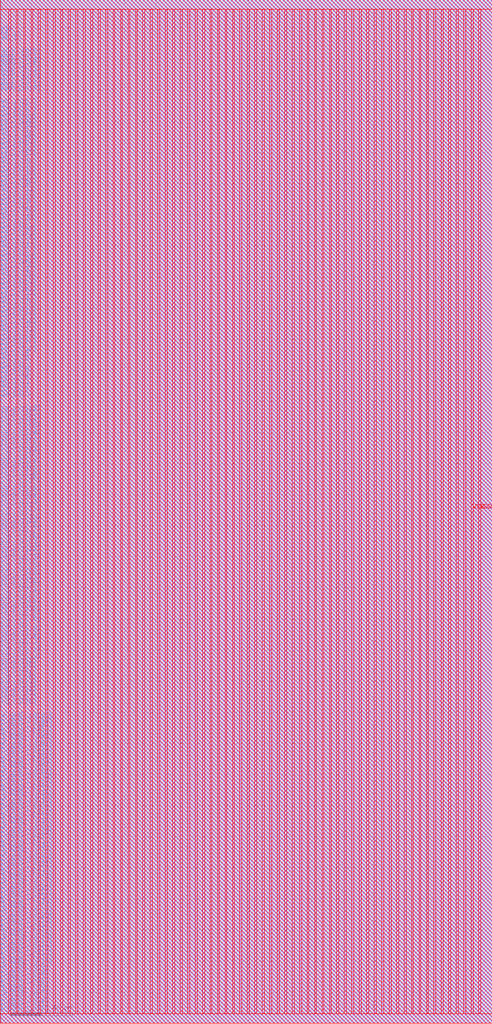
<source format=lef>
VERSION 5.7 ;
BUSBITCHARS "[]" ;
MACRO fakeram130_512x64
  FOREIGN fakeram130_512x64 0 0 ;
  SYMMETRY X Y R90 ;
  SIZE 316.480 BY 658.240 ;
  CLASS BLOCK ;
  PIN w_mask_in[0]
    DIRECTION INPUT ;
    USE SIGNAL ;
    SHAPE ABUTMENT ;
    PORT
      LAYER met3 ;
      RECT 0.000 5.850 0.800 6.150 ;
    END
  END w_mask_in[0]
  PIN w_mask_in[1]
    DIRECTION INPUT ;
    USE SIGNAL ;
    SHAPE ABUTMENT ;
    PORT
      LAYER met3 ;
      RECT 0.000 8.850 0.800 9.150 ;
    END
  END w_mask_in[1]
  PIN w_mask_in[2]
    DIRECTION INPUT ;
    USE SIGNAL ;
    SHAPE ABUTMENT ;
    PORT
      LAYER met3 ;
      RECT 0.000 11.850 0.800 12.150 ;
    END
  END w_mask_in[2]
  PIN w_mask_in[3]
    DIRECTION INPUT ;
    USE SIGNAL ;
    SHAPE ABUTMENT ;
    PORT
      LAYER met3 ;
      RECT 0.000 14.850 0.800 15.150 ;
    END
  END w_mask_in[3]
  PIN w_mask_in[4]
    DIRECTION INPUT ;
    USE SIGNAL ;
    SHAPE ABUTMENT ;
    PORT
      LAYER met3 ;
      RECT 0.000 17.850 0.800 18.150 ;
    END
  END w_mask_in[4]
  PIN w_mask_in[5]
    DIRECTION INPUT ;
    USE SIGNAL ;
    SHAPE ABUTMENT ;
    PORT
      LAYER met3 ;
      RECT 0.000 20.850 0.800 21.150 ;
    END
  END w_mask_in[5]
  PIN w_mask_in[6]
    DIRECTION INPUT ;
    USE SIGNAL ;
    SHAPE ABUTMENT ;
    PORT
      LAYER met3 ;
      RECT 0.000 23.850 0.800 24.150 ;
    END
  END w_mask_in[6]
  PIN w_mask_in[7]
    DIRECTION INPUT ;
    USE SIGNAL ;
    SHAPE ABUTMENT ;
    PORT
      LAYER met3 ;
      RECT 0.000 26.850 0.800 27.150 ;
    END
  END w_mask_in[7]
  PIN w_mask_in[8]
    DIRECTION INPUT ;
    USE SIGNAL ;
    SHAPE ABUTMENT ;
    PORT
      LAYER met3 ;
      RECT 0.000 29.850 0.800 30.150 ;
    END
  END w_mask_in[8]
  PIN w_mask_in[9]
    DIRECTION INPUT ;
    USE SIGNAL ;
    SHAPE ABUTMENT ;
    PORT
      LAYER met3 ;
      RECT 0.000 32.850 0.800 33.150 ;
    END
  END w_mask_in[9]
  PIN w_mask_in[10]
    DIRECTION INPUT ;
    USE SIGNAL ;
    SHAPE ABUTMENT ;
    PORT
      LAYER met3 ;
      RECT 0.000 35.850 0.800 36.150 ;
    END
  END w_mask_in[10]
  PIN w_mask_in[11]
    DIRECTION INPUT ;
    USE SIGNAL ;
    SHAPE ABUTMENT ;
    PORT
      LAYER met3 ;
      RECT 0.000 38.850 0.800 39.150 ;
    END
  END w_mask_in[11]
  PIN w_mask_in[12]
    DIRECTION INPUT ;
    USE SIGNAL ;
    SHAPE ABUTMENT ;
    PORT
      LAYER met3 ;
      RECT 0.000 41.850 0.800 42.150 ;
    END
  END w_mask_in[12]
  PIN w_mask_in[13]
    DIRECTION INPUT ;
    USE SIGNAL ;
    SHAPE ABUTMENT ;
    PORT
      LAYER met3 ;
      RECT 0.000 44.850 0.800 45.150 ;
    END
  END w_mask_in[13]
  PIN w_mask_in[14]
    DIRECTION INPUT ;
    USE SIGNAL ;
    SHAPE ABUTMENT ;
    PORT
      LAYER met3 ;
      RECT 0.000 47.850 0.800 48.150 ;
    END
  END w_mask_in[14]
  PIN w_mask_in[15]
    DIRECTION INPUT ;
    USE SIGNAL ;
    SHAPE ABUTMENT ;
    PORT
      LAYER met3 ;
      RECT 0.000 50.850 0.800 51.150 ;
    END
  END w_mask_in[15]
  PIN w_mask_in[16]
    DIRECTION INPUT ;
    USE SIGNAL ;
    SHAPE ABUTMENT ;
    PORT
      LAYER met3 ;
      RECT 0.000 53.850 0.800 54.150 ;
    END
  END w_mask_in[16]
  PIN w_mask_in[17]
    DIRECTION INPUT ;
    USE SIGNAL ;
    SHAPE ABUTMENT ;
    PORT
      LAYER met3 ;
      RECT 0.000 56.850 0.800 57.150 ;
    END
  END w_mask_in[17]
  PIN w_mask_in[18]
    DIRECTION INPUT ;
    USE SIGNAL ;
    SHAPE ABUTMENT ;
    PORT
      LAYER met3 ;
      RECT 0.000 59.850 0.800 60.150 ;
    END
  END w_mask_in[18]
  PIN w_mask_in[19]
    DIRECTION INPUT ;
    USE SIGNAL ;
    SHAPE ABUTMENT ;
    PORT
      LAYER met3 ;
      RECT 0.000 62.850 0.800 63.150 ;
    END
  END w_mask_in[19]
  PIN w_mask_in[20]
    DIRECTION INPUT ;
    USE SIGNAL ;
    SHAPE ABUTMENT ;
    PORT
      LAYER met3 ;
      RECT 0.000 65.850 0.800 66.150 ;
    END
  END w_mask_in[20]
  PIN w_mask_in[21]
    DIRECTION INPUT ;
    USE SIGNAL ;
    SHAPE ABUTMENT ;
    PORT
      LAYER met3 ;
      RECT 0.000 68.850 0.800 69.150 ;
    END
  END w_mask_in[21]
  PIN w_mask_in[22]
    DIRECTION INPUT ;
    USE SIGNAL ;
    SHAPE ABUTMENT ;
    PORT
      LAYER met3 ;
      RECT 0.000 71.850 0.800 72.150 ;
    END
  END w_mask_in[22]
  PIN w_mask_in[23]
    DIRECTION INPUT ;
    USE SIGNAL ;
    SHAPE ABUTMENT ;
    PORT
      LAYER met3 ;
      RECT 0.000 74.850 0.800 75.150 ;
    END
  END w_mask_in[23]
  PIN w_mask_in[24]
    DIRECTION INPUT ;
    USE SIGNAL ;
    SHAPE ABUTMENT ;
    PORT
      LAYER met3 ;
      RECT 0.000 77.850 0.800 78.150 ;
    END
  END w_mask_in[24]
  PIN w_mask_in[25]
    DIRECTION INPUT ;
    USE SIGNAL ;
    SHAPE ABUTMENT ;
    PORT
      LAYER met3 ;
      RECT 0.000 80.850 0.800 81.150 ;
    END
  END w_mask_in[25]
  PIN w_mask_in[26]
    DIRECTION INPUT ;
    USE SIGNAL ;
    SHAPE ABUTMENT ;
    PORT
      LAYER met3 ;
      RECT 0.000 83.850 0.800 84.150 ;
    END
  END w_mask_in[26]
  PIN w_mask_in[27]
    DIRECTION INPUT ;
    USE SIGNAL ;
    SHAPE ABUTMENT ;
    PORT
      LAYER met3 ;
      RECT 0.000 86.850 0.800 87.150 ;
    END
  END w_mask_in[27]
  PIN w_mask_in[28]
    DIRECTION INPUT ;
    USE SIGNAL ;
    SHAPE ABUTMENT ;
    PORT
      LAYER met3 ;
      RECT 0.000 89.850 0.800 90.150 ;
    END
  END w_mask_in[28]
  PIN w_mask_in[29]
    DIRECTION INPUT ;
    USE SIGNAL ;
    SHAPE ABUTMENT ;
    PORT
      LAYER met3 ;
      RECT 0.000 92.850 0.800 93.150 ;
    END
  END w_mask_in[29]
  PIN w_mask_in[30]
    DIRECTION INPUT ;
    USE SIGNAL ;
    SHAPE ABUTMENT ;
    PORT
      LAYER met3 ;
      RECT 0.000 95.850 0.800 96.150 ;
    END
  END w_mask_in[30]
  PIN w_mask_in[31]
    DIRECTION INPUT ;
    USE SIGNAL ;
    SHAPE ABUTMENT ;
    PORT
      LAYER met3 ;
      RECT 0.000 98.850 0.800 99.150 ;
    END
  END w_mask_in[31]
  PIN w_mask_in[32]
    DIRECTION INPUT ;
    USE SIGNAL ;
    SHAPE ABUTMENT ;
    PORT
      LAYER met3 ;
      RECT 0.000 101.850 0.800 102.150 ;
    END
  END w_mask_in[32]
  PIN w_mask_in[33]
    DIRECTION INPUT ;
    USE SIGNAL ;
    SHAPE ABUTMENT ;
    PORT
      LAYER met3 ;
      RECT 0.000 104.850 0.800 105.150 ;
    END
  END w_mask_in[33]
  PIN w_mask_in[34]
    DIRECTION INPUT ;
    USE SIGNAL ;
    SHAPE ABUTMENT ;
    PORT
      LAYER met3 ;
      RECT 0.000 107.850 0.800 108.150 ;
    END
  END w_mask_in[34]
  PIN w_mask_in[35]
    DIRECTION INPUT ;
    USE SIGNAL ;
    SHAPE ABUTMENT ;
    PORT
      LAYER met3 ;
      RECT 0.000 110.850 0.800 111.150 ;
    END
  END w_mask_in[35]
  PIN w_mask_in[36]
    DIRECTION INPUT ;
    USE SIGNAL ;
    SHAPE ABUTMENT ;
    PORT
      LAYER met3 ;
      RECT 0.000 113.850 0.800 114.150 ;
    END
  END w_mask_in[36]
  PIN w_mask_in[37]
    DIRECTION INPUT ;
    USE SIGNAL ;
    SHAPE ABUTMENT ;
    PORT
      LAYER met3 ;
      RECT 0.000 116.850 0.800 117.150 ;
    END
  END w_mask_in[37]
  PIN w_mask_in[38]
    DIRECTION INPUT ;
    USE SIGNAL ;
    SHAPE ABUTMENT ;
    PORT
      LAYER met3 ;
      RECT 0.000 119.850 0.800 120.150 ;
    END
  END w_mask_in[38]
  PIN w_mask_in[39]
    DIRECTION INPUT ;
    USE SIGNAL ;
    SHAPE ABUTMENT ;
    PORT
      LAYER met3 ;
      RECT 0.000 122.850 0.800 123.150 ;
    END
  END w_mask_in[39]
  PIN w_mask_in[40]
    DIRECTION INPUT ;
    USE SIGNAL ;
    SHAPE ABUTMENT ;
    PORT
      LAYER met3 ;
      RECT 0.000 125.850 0.800 126.150 ;
    END
  END w_mask_in[40]
  PIN w_mask_in[41]
    DIRECTION INPUT ;
    USE SIGNAL ;
    SHAPE ABUTMENT ;
    PORT
      LAYER met3 ;
      RECT 0.000 128.850 0.800 129.150 ;
    END
  END w_mask_in[41]
  PIN w_mask_in[42]
    DIRECTION INPUT ;
    USE SIGNAL ;
    SHAPE ABUTMENT ;
    PORT
      LAYER met3 ;
      RECT 0.000 131.850 0.800 132.150 ;
    END
  END w_mask_in[42]
  PIN w_mask_in[43]
    DIRECTION INPUT ;
    USE SIGNAL ;
    SHAPE ABUTMENT ;
    PORT
      LAYER met3 ;
      RECT 0.000 134.850 0.800 135.150 ;
    END
  END w_mask_in[43]
  PIN w_mask_in[44]
    DIRECTION INPUT ;
    USE SIGNAL ;
    SHAPE ABUTMENT ;
    PORT
      LAYER met3 ;
      RECT 0.000 137.850 0.800 138.150 ;
    END
  END w_mask_in[44]
  PIN w_mask_in[45]
    DIRECTION INPUT ;
    USE SIGNAL ;
    SHAPE ABUTMENT ;
    PORT
      LAYER met3 ;
      RECT 0.000 140.850 0.800 141.150 ;
    END
  END w_mask_in[45]
  PIN w_mask_in[46]
    DIRECTION INPUT ;
    USE SIGNAL ;
    SHAPE ABUTMENT ;
    PORT
      LAYER met3 ;
      RECT 0.000 143.850 0.800 144.150 ;
    END
  END w_mask_in[46]
  PIN w_mask_in[47]
    DIRECTION INPUT ;
    USE SIGNAL ;
    SHAPE ABUTMENT ;
    PORT
      LAYER met3 ;
      RECT 0.000 146.850 0.800 147.150 ;
    END
  END w_mask_in[47]
  PIN w_mask_in[48]
    DIRECTION INPUT ;
    USE SIGNAL ;
    SHAPE ABUTMENT ;
    PORT
      LAYER met3 ;
      RECT 0.000 149.850 0.800 150.150 ;
    END
  END w_mask_in[48]
  PIN w_mask_in[49]
    DIRECTION INPUT ;
    USE SIGNAL ;
    SHAPE ABUTMENT ;
    PORT
      LAYER met3 ;
      RECT 0.000 152.850 0.800 153.150 ;
    END
  END w_mask_in[49]
  PIN w_mask_in[50]
    DIRECTION INPUT ;
    USE SIGNAL ;
    SHAPE ABUTMENT ;
    PORT
      LAYER met3 ;
      RECT 0.000 155.850 0.800 156.150 ;
    END
  END w_mask_in[50]
  PIN w_mask_in[51]
    DIRECTION INPUT ;
    USE SIGNAL ;
    SHAPE ABUTMENT ;
    PORT
      LAYER met3 ;
      RECT 0.000 158.850 0.800 159.150 ;
    END
  END w_mask_in[51]
  PIN w_mask_in[52]
    DIRECTION INPUT ;
    USE SIGNAL ;
    SHAPE ABUTMENT ;
    PORT
      LAYER met3 ;
      RECT 0.000 161.850 0.800 162.150 ;
    END
  END w_mask_in[52]
  PIN w_mask_in[53]
    DIRECTION INPUT ;
    USE SIGNAL ;
    SHAPE ABUTMENT ;
    PORT
      LAYER met3 ;
      RECT 0.000 164.850 0.800 165.150 ;
    END
  END w_mask_in[53]
  PIN w_mask_in[54]
    DIRECTION INPUT ;
    USE SIGNAL ;
    SHAPE ABUTMENT ;
    PORT
      LAYER met3 ;
      RECT 0.000 167.850 0.800 168.150 ;
    END
  END w_mask_in[54]
  PIN w_mask_in[55]
    DIRECTION INPUT ;
    USE SIGNAL ;
    SHAPE ABUTMENT ;
    PORT
      LAYER met3 ;
      RECT 0.000 170.850 0.800 171.150 ;
    END
  END w_mask_in[55]
  PIN w_mask_in[56]
    DIRECTION INPUT ;
    USE SIGNAL ;
    SHAPE ABUTMENT ;
    PORT
      LAYER met3 ;
      RECT 0.000 173.850 0.800 174.150 ;
    END
  END w_mask_in[56]
  PIN w_mask_in[57]
    DIRECTION INPUT ;
    USE SIGNAL ;
    SHAPE ABUTMENT ;
    PORT
      LAYER met3 ;
      RECT 0.000 176.850 0.800 177.150 ;
    END
  END w_mask_in[57]
  PIN w_mask_in[58]
    DIRECTION INPUT ;
    USE SIGNAL ;
    SHAPE ABUTMENT ;
    PORT
      LAYER met3 ;
      RECT 0.000 179.850 0.800 180.150 ;
    END
  END w_mask_in[58]
  PIN w_mask_in[59]
    DIRECTION INPUT ;
    USE SIGNAL ;
    SHAPE ABUTMENT ;
    PORT
      LAYER met3 ;
      RECT 0.000 182.850 0.800 183.150 ;
    END
  END w_mask_in[59]
  PIN w_mask_in[60]
    DIRECTION INPUT ;
    USE SIGNAL ;
    SHAPE ABUTMENT ;
    PORT
      LAYER met3 ;
      RECT 0.000 185.850 0.800 186.150 ;
    END
  END w_mask_in[60]
  PIN w_mask_in[61]
    DIRECTION INPUT ;
    USE SIGNAL ;
    SHAPE ABUTMENT ;
    PORT
      LAYER met3 ;
      RECT 0.000 188.850 0.800 189.150 ;
    END
  END w_mask_in[61]
  PIN w_mask_in[62]
    DIRECTION INPUT ;
    USE SIGNAL ;
    SHAPE ABUTMENT ;
    PORT
      LAYER met3 ;
      RECT 0.000 191.850 0.800 192.150 ;
    END
  END w_mask_in[62]
  PIN w_mask_in[63]
    DIRECTION INPUT ;
    USE SIGNAL ;
    SHAPE ABUTMENT ;
    PORT
      LAYER met3 ;
      RECT 0.000 194.850 0.800 195.150 ;
    END
  END w_mask_in[63]
  PIN rd_out[0]
    DIRECTION OUTPUT ;
    USE SIGNAL ;
    SHAPE ABUTMENT ;
    PORT
      LAYER met3 ;
      RECT 0.000 203.250 0.800 203.550 ;
    END
  END rd_out[0]
  PIN rd_out[1]
    DIRECTION OUTPUT ;
    USE SIGNAL ;
    SHAPE ABUTMENT ;
    PORT
      LAYER met3 ;
      RECT 0.000 206.250 0.800 206.550 ;
    END
  END rd_out[1]
  PIN rd_out[2]
    DIRECTION OUTPUT ;
    USE SIGNAL ;
    SHAPE ABUTMENT ;
    PORT
      LAYER met3 ;
      RECT 0.000 209.250 0.800 209.550 ;
    END
  END rd_out[2]
  PIN rd_out[3]
    DIRECTION OUTPUT ;
    USE SIGNAL ;
    SHAPE ABUTMENT ;
    PORT
      LAYER met3 ;
      RECT 0.000 212.250 0.800 212.550 ;
    END
  END rd_out[3]
  PIN rd_out[4]
    DIRECTION OUTPUT ;
    USE SIGNAL ;
    SHAPE ABUTMENT ;
    PORT
      LAYER met3 ;
      RECT 0.000 215.250 0.800 215.550 ;
    END
  END rd_out[4]
  PIN rd_out[5]
    DIRECTION OUTPUT ;
    USE SIGNAL ;
    SHAPE ABUTMENT ;
    PORT
      LAYER met3 ;
      RECT 0.000 218.250 0.800 218.550 ;
    END
  END rd_out[5]
  PIN rd_out[6]
    DIRECTION OUTPUT ;
    USE SIGNAL ;
    SHAPE ABUTMENT ;
    PORT
      LAYER met3 ;
      RECT 0.000 221.250 0.800 221.550 ;
    END
  END rd_out[6]
  PIN rd_out[7]
    DIRECTION OUTPUT ;
    USE SIGNAL ;
    SHAPE ABUTMENT ;
    PORT
      LAYER met3 ;
      RECT 0.000 224.250 0.800 224.550 ;
    END
  END rd_out[7]
  PIN rd_out[8]
    DIRECTION OUTPUT ;
    USE SIGNAL ;
    SHAPE ABUTMENT ;
    PORT
      LAYER met3 ;
      RECT 0.000 227.250 0.800 227.550 ;
    END
  END rd_out[8]
  PIN rd_out[9]
    DIRECTION OUTPUT ;
    USE SIGNAL ;
    SHAPE ABUTMENT ;
    PORT
      LAYER met3 ;
      RECT 0.000 230.250 0.800 230.550 ;
    END
  END rd_out[9]
  PIN rd_out[10]
    DIRECTION OUTPUT ;
    USE SIGNAL ;
    SHAPE ABUTMENT ;
    PORT
      LAYER met3 ;
      RECT 0.000 233.250 0.800 233.550 ;
    END
  END rd_out[10]
  PIN rd_out[11]
    DIRECTION OUTPUT ;
    USE SIGNAL ;
    SHAPE ABUTMENT ;
    PORT
      LAYER met3 ;
      RECT 0.000 236.250 0.800 236.550 ;
    END
  END rd_out[11]
  PIN rd_out[12]
    DIRECTION OUTPUT ;
    USE SIGNAL ;
    SHAPE ABUTMENT ;
    PORT
      LAYER met3 ;
      RECT 0.000 239.250 0.800 239.550 ;
    END
  END rd_out[12]
  PIN rd_out[13]
    DIRECTION OUTPUT ;
    USE SIGNAL ;
    SHAPE ABUTMENT ;
    PORT
      LAYER met3 ;
      RECT 0.000 242.250 0.800 242.550 ;
    END
  END rd_out[13]
  PIN rd_out[14]
    DIRECTION OUTPUT ;
    USE SIGNAL ;
    SHAPE ABUTMENT ;
    PORT
      LAYER met3 ;
      RECT 0.000 245.250 0.800 245.550 ;
    END
  END rd_out[14]
  PIN rd_out[15]
    DIRECTION OUTPUT ;
    USE SIGNAL ;
    SHAPE ABUTMENT ;
    PORT
      LAYER met3 ;
      RECT 0.000 248.250 0.800 248.550 ;
    END
  END rd_out[15]
  PIN rd_out[16]
    DIRECTION OUTPUT ;
    USE SIGNAL ;
    SHAPE ABUTMENT ;
    PORT
      LAYER met3 ;
      RECT 0.000 251.250 0.800 251.550 ;
    END
  END rd_out[16]
  PIN rd_out[17]
    DIRECTION OUTPUT ;
    USE SIGNAL ;
    SHAPE ABUTMENT ;
    PORT
      LAYER met3 ;
      RECT 0.000 254.250 0.800 254.550 ;
    END
  END rd_out[17]
  PIN rd_out[18]
    DIRECTION OUTPUT ;
    USE SIGNAL ;
    SHAPE ABUTMENT ;
    PORT
      LAYER met3 ;
      RECT 0.000 257.250 0.800 257.550 ;
    END
  END rd_out[18]
  PIN rd_out[19]
    DIRECTION OUTPUT ;
    USE SIGNAL ;
    SHAPE ABUTMENT ;
    PORT
      LAYER met3 ;
      RECT 0.000 260.250 0.800 260.550 ;
    END
  END rd_out[19]
  PIN rd_out[20]
    DIRECTION OUTPUT ;
    USE SIGNAL ;
    SHAPE ABUTMENT ;
    PORT
      LAYER met3 ;
      RECT 0.000 263.250 0.800 263.550 ;
    END
  END rd_out[20]
  PIN rd_out[21]
    DIRECTION OUTPUT ;
    USE SIGNAL ;
    SHAPE ABUTMENT ;
    PORT
      LAYER met3 ;
      RECT 0.000 266.250 0.800 266.550 ;
    END
  END rd_out[21]
  PIN rd_out[22]
    DIRECTION OUTPUT ;
    USE SIGNAL ;
    SHAPE ABUTMENT ;
    PORT
      LAYER met3 ;
      RECT 0.000 269.250 0.800 269.550 ;
    END
  END rd_out[22]
  PIN rd_out[23]
    DIRECTION OUTPUT ;
    USE SIGNAL ;
    SHAPE ABUTMENT ;
    PORT
      LAYER met3 ;
      RECT 0.000 272.250 0.800 272.550 ;
    END
  END rd_out[23]
  PIN rd_out[24]
    DIRECTION OUTPUT ;
    USE SIGNAL ;
    SHAPE ABUTMENT ;
    PORT
      LAYER met3 ;
      RECT 0.000 275.250 0.800 275.550 ;
    END
  END rd_out[24]
  PIN rd_out[25]
    DIRECTION OUTPUT ;
    USE SIGNAL ;
    SHAPE ABUTMENT ;
    PORT
      LAYER met3 ;
      RECT 0.000 278.250 0.800 278.550 ;
    END
  END rd_out[25]
  PIN rd_out[26]
    DIRECTION OUTPUT ;
    USE SIGNAL ;
    SHAPE ABUTMENT ;
    PORT
      LAYER met3 ;
      RECT 0.000 281.250 0.800 281.550 ;
    END
  END rd_out[26]
  PIN rd_out[27]
    DIRECTION OUTPUT ;
    USE SIGNAL ;
    SHAPE ABUTMENT ;
    PORT
      LAYER met3 ;
      RECT 0.000 284.250 0.800 284.550 ;
    END
  END rd_out[27]
  PIN rd_out[28]
    DIRECTION OUTPUT ;
    USE SIGNAL ;
    SHAPE ABUTMENT ;
    PORT
      LAYER met3 ;
      RECT 0.000 287.250 0.800 287.550 ;
    END
  END rd_out[28]
  PIN rd_out[29]
    DIRECTION OUTPUT ;
    USE SIGNAL ;
    SHAPE ABUTMENT ;
    PORT
      LAYER met3 ;
      RECT 0.000 290.250 0.800 290.550 ;
    END
  END rd_out[29]
  PIN rd_out[30]
    DIRECTION OUTPUT ;
    USE SIGNAL ;
    SHAPE ABUTMENT ;
    PORT
      LAYER met3 ;
      RECT 0.000 293.250 0.800 293.550 ;
    END
  END rd_out[30]
  PIN rd_out[31]
    DIRECTION OUTPUT ;
    USE SIGNAL ;
    SHAPE ABUTMENT ;
    PORT
      LAYER met3 ;
      RECT 0.000 296.250 0.800 296.550 ;
    END
  END rd_out[31]
  PIN rd_out[32]
    DIRECTION OUTPUT ;
    USE SIGNAL ;
    SHAPE ABUTMENT ;
    PORT
      LAYER met3 ;
      RECT 0.000 299.250 0.800 299.550 ;
    END
  END rd_out[32]
  PIN rd_out[33]
    DIRECTION OUTPUT ;
    USE SIGNAL ;
    SHAPE ABUTMENT ;
    PORT
      LAYER met3 ;
      RECT 0.000 302.250 0.800 302.550 ;
    END
  END rd_out[33]
  PIN rd_out[34]
    DIRECTION OUTPUT ;
    USE SIGNAL ;
    SHAPE ABUTMENT ;
    PORT
      LAYER met3 ;
      RECT 0.000 305.250 0.800 305.550 ;
    END
  END rd_out[34]
  PIN rd_out[35]
    DIRECTION OUTPUT ;
    USE SIGNAL ;
    SHAPE ABUTMENT ;
    PORT
      LAYER met3 ;
      RECT 0.000 308.250 0.800 308.550 ;
    END
  END rd_out[35]
  PIN rd_out[36]
    DIRECTION OUTPUT ;
    USE SIGNAL ;
    SHAPE ABUTMENT ;
    PORT
      LAYER met3 ;
      RECT 0.000 311.250 0.800 311.550 ;
    END
  END rd_out[36]
  PIN rd_out[37]
    DIRECTION OUTPUT ;
    USE SIGNAL ;
    SHAPE ABUTMENT ;
    PORT
      LAYER met3 ;
      RECT 0.000 314.250 0.800 314.550 ;
    END
  END rd_out[37]
  PIN rd_out[38]
    DIRECTION OUTPUT ;
    USE SIGNAL ;
    SHAPE ABUTMENT ;
    PORT
      LAYER met3 ;
      RECT 0.000 317.250 0.800 317.550 ;
    END
  END rd_out[38]
  PIN rd_out[39]
    DIRECTION OUTPUT ;
    USE SIGNAL ;
    SHAPE ABUTMENT ;
    PORT
      LAYER met3 ;
      RECT 0.000 320.250 0.800 320.550 ;
    END
  END rd_out[39]
  PIN rd_out[40]
    DIRECTION OUTPUT ;
    USE SIGNAL ;
    SHAPE ABUTMENT ;
    PORT
      LAYER met3 ;
      RECT 0.000 323.250 0.800 323.550 ;
    END
  END rd_out[40]
  PIN rd_out[41]
    DIRECTION OUTPUT ;
    USE SIGNAL ;
    SHAPE ABUTMENT ;
    PORT
      LAYER met3 ;
      RECT 0.000 326.250 0.800 326.550 ;
    END
  END rd_out[41]
  PIN rd_out[42]
    DIRECTION OUTPUT ;
    USE SIGNAL ;
    SHAPE ABUTMENT ;
    PORT
      LAYER met3 ;
      RECT 0.000 329.250 0.800 329.550 ;
    END
  END rd_out[42]
  PIN rd_out[43]
    DIRECTION OUTPUT ;
    USE SIGNAL ;
    SHAPE ABUTMENT ;
    PORT
      LAYER met3 ;
      RECT 0.000 332.250 0.800 332.550 ;
    END
  END rd_out[43]
  PIN rd_out[44]
    DIRECTION OUTPUT ;
    USE SIGNAL ;
    SHAPE ABUTMENT ;
    PORT
      LAYER met3 ;
      RECT 0.000 335.250 0.800 335.550 ;
    END
  END rd_out[44]
  PIN rd_out[45]
    DIRECTION OUTPUT ;
    USE SIGNAL ;
    SHAPE ABUTMENT ;
    PORT
      LAYER met3 ;
      RECT 0.000 338.250 0.800 338.550 ;
    END
  END rd_out[45]
  PIN rd_out[46]
    DIRECTION OUTPUT ;
    USE SIGNAL ;
    SHAPE ABUTMENT ;
    PORT
      LAYER met3 ;
      RECT 0.000 341.250 0.800 341.550 ;
    END
  END rd_out[46]
  PIN rd_out[47]
    DIRECTION OUTPUT ;
    USE SIGNAL ;
    SHAPE ABUTMENT ;
    PORT
      LAYER met3 ;
      RECT 0.000 344.250 0.800 344.550 ;
    END
  END rd_out[47]
  PIN rd_out[48]
    DIRECTION OUTPUT ;
    USE SIGNAL ;
    SHAPE ABUTMENT ;
    PORT
      LAYER met3 ;
      RECT 0.000 347.250 0.800 347.550 ;
    END
  END rd_out[48]
  PIN rd_out[49]
    DIRECTION OUTPUT ;
    USE SIGNAL ;
    SHAPE ABUTMENT ;
    PORT
      LAYER met3 ;
      RECT 0.000 350.250 0.800 350.550 ;
    END
  END rd_out[49]
  PIN rd_out[50]
    DIRECTION OUTPUT ;
    USE SIGNAL ;
    SHAPE ABUTMENT ;
    PORT
      LAYER met3 ;
      RECT 0.000 353.250 0.800 353.550 ;
    END
  END rd_out[50]
  PIN rd_out[51]
    DIRECTION OUTPUT ;
    USE SIGNAL ;
    SHAPE ABUTMENT ;
    PORT
      LAYER met3 ;
      RECT 0.000 356.250 0.800 356.550 ;
    END
  END rd_out[51]
  PIN rd_out[52]
    DIRECTION OUTPUT ;
    USE SIGNAL ;
    SHAPE ABUTMENT ;
    PORT
      LAYER met3 ;
      RECT 0.000 359.250 0.800 359.550 ;
    END
  END rd_out[52]
  PIN rd_out[53]
    DIRECTION OUTPUT ;
    USE SIGNAL ;
    SHAPE ABUTMENT ;
    PORT
      LAYER met3 ;
      RECT 0.000 362.250 0.800 362.550 ;
    END
  END rd_out[53]
  PIN rd_out[54]
    DIRECTION OUTPUT ;
    USE SIGNAL ;
    SHAPE ABUTMENT ;
    PORT
      LAYER met3 ;
      RECT 0.000 365.250 0.800 365.550 ;
    END
  END rd_out[54]
  PIN rd_out[55]
    DIRECTION OUTPUT ;
    USE SIGNAL ;
    SHAPE ABUTMENT ;
    PORT
      LAYER met3 ;
      RECT 0.000 368.250 0.800 368.550 ;
    END
  END rd_out[55]
  PIN rd_out[56]
    DIRECTION OUTPUT ;
    USE SIGNAL ;
    SHAPE ABUTMENT ;
    PORT
      LAYER met3 ;
      RECT 0.000 371.250 0.800 371.550 ;
    END
  END rd_out[56]
  PIN rd_out[57]
    DIRECTION OUTPUT ;
    USE SIGNAL ;
    SHAPE ABUTMENT ;
    PORT
      LAYER met3 ;
      RECT 0.000 374.250 0.800 374.550 ;
    END
  END rd_out[57]
  PIN rd_out[58]
    DIRECTION OUTPUT ;
    USE SIGNAL ;
    SHAPE ABUTMENT ;
    PORT
      LAYER met3 ;
      RECT 0.000 377.250 0.800 377.550 ;
    END
  END rd_out[58]
  PIN rd_out[59]
    DIRECTION OUTPUT ;
    USE SIGNAL ;
    SHAPE ABUTMENT ;
    PORT
      LAYER met3 ;
      RECT 0.000 380.250 0.800 380.550 ;
    END
  END rd_out[59]
  PIN rd_out[60]
    DIRECTION OUTPUT ;
    USE SIGNAL ;
    SHAPE ABUTMENT ;
    PORT
      LAYER met3 ;
      RECT 0.000 383.250 0.800 383.550 ;
    END
  END rd_out[60]
  PIN rd_out[61]
    DIRECTION OUTPUT ;
    USE SIGNAL ;
    SHAPE ABUTMENT ;
    PORT
      LAYER met3 ;
      RECT 0.000 386.250 0.800 386.550 ;
    END
  END rd_out[61]
  PIN rd_out[62]
    DIRECTION OUTPUT ;
    USE SIGNAL ;
    SHAPE ABUTMENT ;
    PORT
      LAYER met3 ;
      RECT 0.000 389.250 0.800 389.550 ;
    END
  END rd_out[62]
  PIN rd_out[63]
    DIRECTION OUTPUT ;
    USE SIGNAL ;
    SHAPE ABUTMENT ;
    PORT
      LAYER met3 ;
      RECT 0.000 392.250 0.800 392.550 ;
    END
  END rd_out[63]
  PIN wd_in[0]
    DIRECTION INPUT ;
    USE SIGNAL ;
    SHAPE ABUTMENT ;
    PORT
      LAYER met3 ;
      RECT 0.000 400.650 0.800 400.950 ;
    END
  END wd_in[0]
  PIN wd_in[1]
    DIRECTION INPUT ;
    USE SIGNAL ;
    SHAPE ABUTMENT ;
    PORT
      LAYER met3 ;
      RECT 0.000 403.650 0.800 403.950 ;
    END
  END wd_in[1]
  PIN wd_in[2]
    DIRECTION INPUT ;
    USE SIGNAL ;
    SHAPE ABUTMENT ;
    PORT
      LAYER met3 ;
      RECT 0.000 406.650 0.800 406.950 ;
    END
  END wd_in[2]
  PIN wd_in[3]
    DIRECTION INPUT ;
    USE SIGNAL ;
    SHAPE ABUTMENT ;
    PORT
      LAYER met3 ;
      RECT 0.000 409.650 0.800 409.950 ;
    END
  END wd_in[3]
  PIN wd_in[4]
    DIRECTION INPUT ;
    USE SIGNAL ;
    SHAPE ABUTMENT ;
    PORT
      LAYER met3 ;
      RECT 0.000 412.650 0.800 412.950 ;
    END
  END wd_in[4]
  PIN wd_in[5]
    DIRECTION INPUT ;
    USE SIGNAL ;
    SHAPE ABUTMENT ;
    PORT
      LAYER met3 ;
      RECT 0.000 415.650 0.800 415.950 ;
    END
  END wd_in[5]
  PIN wd_in[6]
    DIRECTION INPUT ;
    USE SIGNAL ;
    SHAPE ABUTMENT ;
    PORT
      LAYER met3 ;
      RECT 0.000 418.650 0.800 418.950 ;
    END
  END wd_in[6]
  PIN wd_in[7]
    DIRECTION INPUT ;
    USE SIGNAL ;
    SHAPE ABUTMENT ;
    PORT
      LAYER met3 ;
      RECT 0.000 421.650 0.800 421.950 ;
    END
  END wd_in[7]
  PIN wd_in[8]
    DIRECTION INPUT ;
    USE SIGNAL ;
    SHAPE ABUTMENT ;
    PORT
      LAYER met3 ;
      RECT 0.000 424.650 0.800 424.950 ;
    END
  END wd_in[8]
  PIN wd_in[9]
    DIRECTION INPUT ;
    USE SIGNAL ;
    SHAPE ABUTMENT ;
    PORT
      LAYER met3 ;
      RECT 0.000 427.650 0.800 427.950 ;
    END
  END wd_in[9]
  PIN wd_in[10]
    DIRECTION INPUT ;
    USE SIGNAL ;
    SHAPE ABUTMENT ;
    PORT
      LAYER met3 ;
      RECT 0.000 430.650 0.800 430.950 ;
    END
  END wd_in[10]
  PIN wd_in[11]
    DIRECTION INPUT ;
    USE SIGNAL ;
    SHAPE ABUTMENT ;
    PORT
      LAYER met3 ;
      RECT 0.000 433.650 0.800 433.950 ;
    END
  END wd_in[11]
  PIN wd_in[12]
    DIRECTION INPUT ;
    USE SIGNAL ;
    SHAPE ABUTMENT ;
    PORT
      LAYER met3 ;
      RECT 0.000 436.650 0.800 436.950 ;
    END
  END wd_in[12]
  PIN wd_in[13]
    DIRECTION INPUT ;
    USE SIGNAL ;
    SHAPE ABUTMENT ;
    PORT
      LAYER met3 ;
      RECT 0.000 439.650 0.800 439.950 ;
    END
  END wd_in[13]
  PIN wd_in[14]
    DIRECTION INPUT ;
    USE SIGNAL ;
    SHAPE ABUTMENT ;
    PORT
      LAYER met3 ;
      RECT 0.000 442.650 0.800 442.950 ;
    END
  END wd_in[14]
  PIN wd_in[15]
    DIRECTION INPUT ;
    USE SIGNAL ;
    SHAPE ABUTMENT ;
    PORT
      LAYER met3 ;
      RECT 0.000 445.650 0.800 445.950 ;
    END
  END wd_in[15]
  PIN wd_in[16]
    DIRECTION INPUT ;
    USE SIGNAL ;
    SHAPE ABUTMENT ;
    PORT
      LAYER met3 ;
      RECT 0.000 448.650 0.800 448.950 ;
    END
  END wd_in[16]
  PIN wd_in[17]
    DIRECTION INPUT ;
    USE SIGNAL ;
    SHAPE ABUTMENT ;
    PORT
      LAYER met3 ;
      RECT 0.000 451.650 0.800 451.950 ;
    END
  END wd_in[17]
  PIN wd_in[18]
    DIRECTION INPUT ;
    USE SIGNAL ;
    SHAPE ABUTMENT ;
    PORT
      LAYER met3 ;
      RECT 0.000 454.650 0.800 454.950 ;
    END
  END wd_in[18]
  PIN wd_in[19]
    DIRECTION INPUT ;
    USE SIGNAL ;
    SHAPE ABUTMENT ;
    PORT
      LAYER met3 ;
      RECT 0.000 457.650 0.800 457.950 ;
    END
  END wd_in[19]
  PIN wd_in[20]
    DIRECTION INPUT ;
    USE SIGNAL ;
    SHAPE ABUTMENT ;
    PORT
      LAYER met3 ;
      RECT 0.000 460.650 0.800 460.950 ;
    END
  END wd_in[20]
  PIN wd_in[21]
    DIRECTION INPUT ;
    USE SIGNAL ;
    SHAPE ABUTMENT ;
    PORT
      LAYER met3 ;
      RECT 0.000 463.650 0.800 463.950 ;
    END
  END wd_in[21]
  PIN wd_in[22]
    DIRECTION INPUT ;
    USE SIGNAL ;
    SHAPE ABUTMENT ;
    PORT
      LAYER met3 ;
      RECT 0.000 466.650 0.800 466.950 ;
    END
  END wd_in[22]
  PIN wd_in[23]
    DIRECTION INPUT ;
    USE SIGNAL ;
    SHAPE ABUTMENT ;
    PORT
      LAYER met3 ;
      RECT 0.000 469.650 0.800 469.950 ;
    END
  END wd_in[23]
  PIN wd_in[24]
    DIRECTION INPUT ;
    USE SIGNAL ;
    SHAPE ABUTMENT ;
    PORT
      LAYER met3 ;
      RECT 0.000 472.650 0.800 472.950 ;
    END
  END wd_in[24]
  PIN wd_in[25]
    DIRECTION INPUT ;
    USE SIGNAL ;
    SHAPE ABUTMENT ;
    PORT
      LAYER met3 ;
      RECT 0.000 475.650 0.800 475.950 ;
    END
  END wd_in[25]
  PIN wd_in[26]
    DIRECTION INPUT ;
    USE SIGNAL ;
    SHAPE ABUTMENT ;
    PORT
      LAYER met3 ;
      RECT 0.000 478.650 0.800 478.950 ;
    END
  END wd_in[26]
  PIN wd_in[27]
    DIRECTION INPUT ;
    USE SIGNAL ;
    SHAPE ABUTMENT ;
    PORT
      LAYER met3 ;
      RECT 0.000 481.650 0.800 481.950 ;
    END
  END wd_in[27]
  PIN wd_in[28]
    DIRECTION INPUT ;
    USE SIGNAL ;
    SHAPE ABUTMENT ;
    PORT
      LAYER met3 ;
      RECT 0.000 484.650 0.800 484.950 ;
    END
  END wd_in[28]
  PIN wd_in[29]
    DIRECTION INPUT ;
    USE SIGNAL ;
    SHAPE ABUTMENT ;
    PORT
      LAYER met3 ;
      RECT 0.000 487.650 0.800 487.950 ;
    END
  END wd_in[29]
  PIN wd_in[30]
    DIRECTION INPUT ;
    USE SIGNAL ;
    SHAPE ABUTMENT ;
    PORT
      LAYER met3 ;
      RECT 0.000 490.650 0.800 490.950 ;
    END
  END wd_in[30]
  PIN wd_in[31]
    DIRECTION INPUT ;
    USE SIGNAL ;
    SHAPE ABUTMENT ;
    PORT
      LAYER met3 ;
      RECT 0.000 493.650 0.800 493.950 ;
    END
  END wd_in[31]
  PIN wd_in[32]
    DIRECTION INPUT ;
    USE SIGNAL ;
    SHAPE ABUTMENT ;
    PORT
      LAYER met3 ;
      RECT 0.000 496.650 0.800 496.950 ;
    END
  END wd_in[32]
  PIN wd_in[33]
    DIRECTION INPUT ;
    USE SIGNAL ;
    SHAPE ABUTMENT ;
    PORT
      LAYER met3 ;
      RECT 0.000 499.650 0.800 499.950 ;
    END
  END wd_in[33]
  PIN wd_in[34]
    DIRECTION INPUT ;
    USE SIGNAL ;
    SHAPE ABUTMENT ;
    PORT
      LAYER met3 ;
      RECT 0.000 502.650 0.800 502.950 ;
    END
  END wd_in[34]
  PIN wd_in[35]
    DIRECTION INPUT ;
    USE SIGNAL ;
    SHAPE ABUTMENT ;
    PORT
      LAYER met3 ;
      RECT 0.000 505.650 0.800 505.950 ;
    END
  END wd_in[35]
  PIN wd_in[36]
    DIRECTION INPUT ;
    USE SIGNAL ;
    SHAPE ABUTMENT ;
    PORT
      LAYER met3 ;
      RECT 0.000 508.650 0.800 508.950 ;
    END
  END wd_in[36]
  PIN wd_in[37]
    DIRECTION INPUT ;
    USE SIGNAL ;
    SHAPE ABUTMENT ;
    PORT
      LAYER met3 ;
      RECT 0.000 511.650 0.800 511.950 ;
    END
  END wd_in[37]
  PIN wd_in[38]
    DIRECTION INPUT ;
    USE SIGNAL ;
    SHAPE ABUTMENT ;
    PORT
      LAYER met3 ;
      RECT 0.000 514.650 0.800 514.950 ;
    END
  END wd_in[38]
  PIN wd_in[39]
    DIRECTION INPUT ;
    USE SIGNAL ;
    SHAPE ABUTMENT ;
    PORT
      LAYER met3 ;
      RECT 0.000 517.650 0.800 517.950 ;
    END
  END wd_in[39]
  PIN wd_in[40]
    DIRECTION INPUT ;
    USE SIGNAL ;
    SHAPE ABUTMENT ;
    PORT
      LAYER met3 ;
      RECT 0.000 520.650 0.800 520.950 ;
    END
  END wd_in[40]
  PIN wd_in[41]
    DIRECTION INPUT ;
    USE SIGNAL ;
    SHAPE ABUTMENT ;
    PORT
      LAYER met3 ;
      RECT 0.000 523.650 0.800 523.950 ;
    END
  END wd_in[41]
  PIN wd_in[42]
    DIRECTION INPUT ;
    USE SIGNAL ;
    SHAPE ABUTMENT ;
    PORT
      LAYER met3 ;
      RECT 0.000 526.650 0.800 526.950 ;
    END
  END wd_in[42]
  PIN wd_in[43]
    DIRECTION INPUT ;
    USE SIGNAL ;
    SHAPE ABUTMENT ;
    PORT
      LAYER met3 ;
      RECT 0.000 529.650 0.800 529.950 ;
    END
  END wd_in[43]
  PIN wd_in[44]
    DIRECTION INPUT ;
    USE SIGNAL ;
    SHAPE ABUTMENT ;
    PORT
      LAYER met3 ;
      RECT 0.000 532.650 0.800 532.950 ;
    END
  END wd_in[44]
  PIN wd_in[45]
    DIRECTION INPUT ;
    USE SIGNAL ;
    SHAPE ABUTMENT ;
    PORT
      LAYER met3 ;
      RECT 0.000 535.650 0.800 535.950 ;
    END
  END wd_in[45]
  PIN wd_in[46]
    DIRECTION INPUT ;
    USE SIGNAL ;
    SHAPE ABUTMENT ;
    PORT
      LAYER met3 ;
      RECT 0.000 538.650 0.800 538.950 ;
    END
  END wd_in[46]
  PIN wd_in[47]
    DIRECTION INPUT ;
    USE SIGNAL ;
    SHAPE ABUTMENT ;
    PORT
      LAYER met3 ;
      RECT 0.000 541.650 0.800 541.950 ;
    END
  END wd_in[47]
  PIN wd_in[48]
    DIRECTION INPUT ;
    USE SIGNAL ;
    SHAPE ABUTMENT ;
    PORT
      LAYER met3 ;
      RECT 0.000 544.650 0.800 544.950 ;
    END
  END wd_in[48]
  PIN wd_in[49]
    DIRECTION INPUT ;
    USE SIGNAL ;
    SHAPE ABUTMENT ;
    PORT
      LAYER met3 ;
      RECT 0.000 547.650 0.800 547.950 ;
    END
  END wd_in[49]
  PIN wd_in[50]
    DIRECTION INPUT ;
    USE SIGNAL ;
    SHAPE ABUTMENT ;
    PORT
      LAYER met3 ;
      RECT 0.000 550.650 0.800 550.950 ;
    END
  END wd_in[50]
  PIN wd_in[51]
    DIRECTION INPUT ;
    USE SIGNAL ;
    SHAPE ABUTMENT ;
    PORT
      LAYER met3 ;
      RECT 0.000 553.650 0.800 553.950 ;
    END
  END wd_in[51]
  PIN wd_in[52]
    DIRECTION INPUT ;
    USE SIGNAL ;
    SHAPE ABUTMENT ;
    PORT
      LAYER met3 ;
      RECT 0.000 556.650 0.800 556.950 ;
    END
  END wd_in[52]
  PIN wd_in[53]
    DIRECTION INPUT ;
    USE SIGNAL ;
    SHAPE ABUTMENT ;
    PORT
      LAYER met3 ;
      RECT 0.000 559.650 0.800 559.950 ;
    END
  END wd_in[53]
  PIN wd_in[54]
    DIRECTION INPUT ;
    USE SIGNAL ;
    SHAPE ABUTMENT ;
    PORT
      LAYER met3 ;
      RECT 0.000 562.650 0.800 562.950 ;
    END
  END wd_in[54]
  PIN wd_in[55]
    DIRECTION INPUT ;
    USE SIGNAL ;
    SHAPE ABUTMENT ;
    PORT
      LAYER met3 ;
      RECT 0.000 565.650 0.800 565.950 ;
    END
  END wd_in[55]
  PIN wd_in[56]
    DIRECTION INPUT ;
    USE SIGNAL ;
    SHAPE ABUTMENT ;
    PORT
      LAYER met3 ;
      RECT 0.000 568.650 0.800 568.950 ;
    END
  END wd_in[56]
  PIN wd_in[57]
    DIRECTION INPUT ;
    USE SIGNAL ;
    SHAPE ABUTMENT ;
    PORT
      LAYER met3 ;
      RECT 0.000 571.650 0.800 571.950 ;
    END
  END wd_in[57]
  PIN wd_in[58]
    DIRECTION INPUT ;
    USE SIGNAL ;
    SHAPE ABUTMENT ;
    PORT
      LAYER met3 ;
      RECT 0.000 574.650 0.800 574.950 ;
    END
  END wd_in[58]
  PIN wd_in[59]
    DIRECTION INPUT ;
    USE SIGNAL ;
    SHAPE ABUTMENT ;
    PORT
      LAYER met3 ;
      RECT 0.000 577.650 0.800 577.950 ;
    END
  END wd_in[59]
  PIN wd_in[60]
    DIRECTION INPUT ;
    USE SIGNAL ;
    SHAPE ABUTMENT ;
    PORT
      LAYER met3 ;
      RECT 0.000 580.650 0.800 580.950 ;
    END
  END wd_in[60]
  PIN wd_in[61]
    DIRECTION INPUT ;
    USE SIGNAL ;
    SHAPE ABUTMENT ;
    PORT
      LAYER met3 ;
      RECT 0.000 583.650 0.800 583.950 ;
    END
  END wd_in[61]
  PIN wd_in[62]
    DIRECTION INPUT ;
    USE SIGNAL ;
    SHAPE ABUTMENT ;
    PORT
      LAYER met3 ;
      RECT 0.000 586.650 0.800 586.950 ;
    END
  END wd_in[62]
  PIN wd_in[63]
    DIRECTION INPUT ;
    USE SIGNAL ;
    SHAPE ABUTMENT ;
    PORT
      LAYER met3 ;
      RECT 0.000 589.650 0.800 589.950 ;
    END
  END wd_in[63]
  PIN addr_in[0]
    DIRECTION INPUT ;
    USE SIGNAL ;
    SHAPE ABUTMENT ;
    PORT
      LAYER met3 ;
      RECT 0.000 598.050 0.800 598.350 ;
    END
  END addr_in[0]
  PIN addr_in[1]
    DIRECTION INPUT ;
    USE SIGNAL ;
    SHAPE ABUTMENT ;
    PORT
      LAYER met3 ;
      RECT 0.000 601.050 0.800 601.350 ;
    END
  END addr_in[1]
  PIN addr_in[2]
    DIRECTION INPUT ;
    USE SIGNAL ;
    SHAPE ABUTMENT ;
    PORT
      LAYER met3 ;
      RECT 0.000 604.050 0.800 604.350 ;
    END
  END addr_in[2]
  PIN addr_in[3]
    DIRECTION INPUT ;
    USE SIGNAL ;
    SHAPE ABUTMENT ;
    PORT
      LAYER met3 ;
      RECT 0.000 607.050 0.800 607.350 ;
    END
  END addr_in[3]
  PIN addr_in[4]
    DIRECTION INPUT ;
    USE SIGNAL ;
    SHAPE ABUTMENT ;
    PORT
      LAYER met3 ;
      RECT 0.000 610.050 0.800 610.350 ;
    END
  END addr_in[4]
  PIN addr_in[5]
    DIRECTION INPUT ;
    USE SIGNAL ;
    SHAPE ABUTMENT ;
    PORT
      LAYER met3 ;
      RECT 0.000 613.050 0.800 613.350 ;
    END
  END addr_in[5]
  PIN addr_in[6]
    DIRECTION INPUT ;
    USE SIGNAL ;
    SHAPE ABUTMENT ;
    PORT
      LAYER met3 ;
      RECT 0.000 616.050 0.800 616.350 ;
    END
  END addr_in[6]
  PIN addr_in[7]
    DIRECTION INPUT ;
    USE SIGNAL ;
    SHAPE ABUTMENT ;
    PORT
      LAYER met3 ;
      RECT 0.000 619.050 0.800 619.350 ;
    END
  END addr_in[7]
  PIN addr_in[8]
    DIRECTION INPUT ;
    USE SIGNAL ;
    SHAPE ABUTMENT ;
    PORT
      LAYER met3 ;
      RECT 0.000 622.050 0.800 622.350 ;
    END
  END addr_in[8]
  PIN we_in
    DIRECTION INPUT ;
    USE SIGNAL ;
    SHAPE ABUTMENT ;
    PORT
      LAYER met3 ;
      RECT 0.000 630.450 0.800 630.750 ;
    END
  END we_in
  PIN ce_in
    DIRECTION INPUT ;
    USE SIGNAL ;
    SHAPE ABUTMENT ;
    PORT
      LAYER met3 ;
      RECT 0.000 633.450 0.800 633.750 ;
    END
  END ce_in
  PIN clk
    DIRECTION INPUT ;
    USE SIGNAL ;
    SHAPE ABUTMENT ;
    PORT
      LAYER met3 ;
      RECT 0.000 636.450 0.800 636.750 ;
    END
  END clk
  PIN VSS
    DIRECTION INOUT ;
    USE GROUND ;
    PORT
      LAYER met4 ;
      RECT 5.400 6.000 6.600 652.240 ;
      RECT 15.000 6.000 16.200 652.240 ;
      RECT 24.600 6.000 25.800 652.240 ;
      RECT 34.200 6.000 35.400 652.240 ;
      RECT 43.800 6.000 45.000 652.240 ;
      RECT 53.400 6.000 54.600 652.240 ;
      RECT 63.000 6.000 64.200 652.240 ;
      RECT 72.600 6.000 73.800 652.240 ;
      RECT 82.200 6.000 83.400 652.240 ;
      RECT 91.800 6.000 93.000 652.240 ;
      RECT 101.400 6.000 102.600 652.240 ;
      RECT 111.000 6.000 112.200 652.240 ;
      RECT 120.600 6.000 121.800 652.240 ;
      RECT 130.200 6.000 131.400 652.240 ;
      RECT 139.800 6.000 141.000 652.240 ;
      RECT 149.400 6.000 150.600 652.240 ;
      RECT 159.000 6.000 160.200 652.240 ;
      RECT 168.600 6.000 169.800 652.240 ;
      RECT 178.200 6.000 179.400 652.240 ;
      RECT 187.800 6.000 189.000 652.240 ;
      RECT 197.400 6.000 198.600 652.240 ;
      RECT 207.000 6.000 208.200 652.240 ;
      RECT 216.600 6.000 217.800 652.240 ;
      RECT 226.200 6.000 227.400 652.240 ;
      RECT 235.800 6.000 237.000 652.240 ;
      RECT 245.400 6.000 246.600 652.240 ;
      RECT 255.000 6.000 256.200 652.240 ;
      RECT 264.600 6.000 265.800 652.240 ;
      RECT 274.200 6.000 275.400 652.240 ;
      RECT 283.800 6.000 285.000 652.240 ;
      RECT 293.400 6.000 294.600 652.240 ;
      RECT 303.000 6.000 304.200 652.240 ;
    END
  END VSS
  PIN VDD
    DIRECTION INOUT ;
    USE POWER ;
    PORT
      LAYER met4 ;
      RECT 10.200 6.000 11.400 652.240 ;
      RECT 19.800 6.000 21.000 652.240 ;
      RECT 29.400 6.000 30.600 652.240 ;
      RECT 39.000 6.000 40.200 652.240 ;
      RECT 48.600 6.000 49.800 652.240 ;
      RECT 58.200 6.000 59.400 652.240 ;
      RECT 67.800 6.000 69.000 652.240 ;
      RECT 77.400 6.000 78.600 652.240 ;
      RECT 87.000 6.000 88.200 652.240 ;
      RECT 96.600 6.000 97.800 652.240 ;
      RECT 106.200 6.000 107.400 652.240 ;
      RECT 115.800 6.000 117.000 652.240 ;
      RECT 125.400 6.000 126.600 652.240 ;
      RECT 135.000 6.000 136.200 652.240 ;
      RECT 144.600 6.000 145.800 652.240 ;
      RECT 154.200 6.000 155.400 652.240 ;
      RECT 163.800 6.000 165.000 652.240 ;
      RECT 173.400 6.000 174.600 652.240 ;
      RECT 183.000 6.000 184.200 652.240 ;
      RECT 192.600 6.000 193.800 652.240 ;
      RECT 202.200 6.000 203.400 652.240 ;
      RECT 211.800 6.000 213.000 652.240 ;
      RECT 221.400 6.000 222.600 652.240 ;
      RECT 231.000 6.000 232.200 652.240 ;
      RECT 240.600 6.000 241.800 652.240 ;
      RECT 250.200 6.000 251.400 652.240 ;
      RECT 259.800 6.000 261.000 652.240 ;
      RECT 269.400 6.000 270.600 652.240 ;
      RECT 279.000 6.000 280.200 652.240 ;
      RECT 288.600 6.000 289.800 652.240 ;
      RECT 298.200 6.000 299.400 652.240 ;
      RECT 307.800 6.000 309.000 652.240 ;
    END
  END VDD
  OBS
    LAYER met1 ;
    RECT 0 0 316.480 658.240 ;
    LAYER met2 ;
    RECT 0 0 316.480 658.240 ;
    LAYER met3 ;
    RECT 0.800 0 316.480 658.240 ;
    RECT 0 0.000 0.800 5.850 ;
    RECT 0 6.150 0.800 8.850 ;
    RECT 0 9.150 0.800 11.850 ;
    RECT 0 12.150 0.800 14.850 ;
    RECT 0 15.150 0.800 17.850 ;
    RECT 0 18.150 0.800 20.850 ;
    RECT 0 21.150 0.800 23.850 ;
    RECT 0 24.150 0.800 26.850 ;
    RECT 0 27.150 0.800 29.850 ;
    RECT 0 30.150 0.800 32.850 ;
    RECT 0 33.150 0.800 35.850 ;
    RECT 0 36.150 0.800 38.850 ;
    RECT 0 39.150 0.800 41.850 ;
    RECT 0 42.150 0.800 44.850 ;
    RECT 0 45.150 0.800 47.850 ;
    RECT 0 48.150 0.800 50.850 ;
    RECT 0 51.150 0.800 53.850 ;
    RECT 0 54.150 0.800 56.850 ;
    RECT 0 57.150 0.800 59.850 ;
    RECT 0 60.150 0.800 62.850 ;
    RECT 0 63.150 0.800 65.850 ;
    RECT 0 66.150 0.800 68.850 ;
    RECT 0 69.150 0.800 71.850 ;
    RECT 0 72.150 0.800 74.850 ;
    RECT 0 75.150 0.800 77.850 ;
    RECT 0 78.150 0.800 80.850 ;
    RECT 0 81.150 0.800 83.850 ;
    RECT 0 84.150 0.800 86.850 ;
    RECT 0 87.150 0.800 89.850 ;
    RECT 0 90.150 0.800 92.850 ;
    RECT 0 93.150 0.800 95.850 ;
    RECT 0 96.150 0.800 98.850 ;
    RECT 0 99.150 0.800 101.850 ;
    RECT 0 102.150 0.800 104.850 ;
    RECT 0 105.150 0.800 107.850 ;
    RECT 0 108.150 0.800 110.850 ;
    RECT 0 111.150 0.800 113.850 ;
    RECT 0 114.150 0.800 116.850 ;
    RECT 0 117.150 0.800 119.850 ;
    RECT 0 120.150 0.800 122.850 ;
    RECT 0 123.150 0.800 125.850 ;
    RECT 0 126.150 0.800 128.850 ;
    RECT 0 129.150 0.800 131.850 ;
    RECT 0 132.150 0.800 134.850 ;
    RECT 0 135.150 0.800 137.850 ;
    RECT 0 138.150 0.800 140.850 ;
    RECT 0 141.150 0.800 143.850 ;
    RECT 0 144.150 0.800 146.850 ;
    RECT 0 147.150 0.800 149.850 ;
    RECT 0 150.150 0.800 152.850 ;
    RECT 0 153.150 0.800 155.850 ;
    RECT 0 156.150 0.800 158.850 ;
    RECT 0 159.150 0.800 161.850 ;
    RECT 0 162.150 0.800 164.850 ;
    RECT 0 165.150 0.800 167.850 ;
    RECT 0 168.150 0.800 170.850 ;
    RECT 0 171.150 0.800 173.850 ;
    RECT 0 174.150 0.800 176.850 ;
    RECT 0 177.150 0.800 179.850 ;
    RECT 0 180.150 0.800 182.850 ;
    RECT 0 183.150 0.800 185.850 ;
    RECT 0 186.150 0.800 188.850 ;
    RECT 0 189.150 0.800 191.850 ;
    RECT 0 192.150 0.800 194.850 ;
    RECT 0 195.150 0.800 203.250 ;
    RECT 0 203.550 0.800 206.250 ;
    RECT 0 206.550 0.800 209.250 ;
    RECT 0 209.550 0.800 212.250 ;
    RECT 0 212.550 0.800 215.250 ;
    RECT 0 215.550 0.800 218.250 ;
    RECT 0 218.550 0.800 221.250 ;
    RECT 0 221.550 0.800 224.250 ;
    RECT 0 224.550 0.800 227.250 ;
    RECT 0 227.550 0.800 230.250 ;
    RECT 0 230.550 0.800 233.250 ;
    RECT 0 233.550 0.800 236.250 ;
    RECT 0 236.550 0.800 239.250 ;
    RECT 0 239.550 0.800 242.250 ;
    RECT 0 242.550 0.800 245.250 ;
    RECT 0 245.550 0.800 248.250 ;
    RECT 0 248.550 0.800 251.250 ;
    RECT 0 251.550 0.800 254.250 ;
    RECT 0 254.550 0.800 257.250 ;
    RECT 0 257.550 0.800 260.250 ;
    RECT 0 260.550 0.800 263.250 ;
    RECT 0 263.550 0.800 266.250 ;
    RECT 0 266.550 0.800 269.250 ;
    RECT 0 269.550 0.800 272.250 ;
    RECT 0 272.550 0.800 275.250 ;
    RECT 0 275.550 0.800 278.250 ;
    RECT 0 278.550 0.800 281.250 ;
    RECT 0 281.550 0.800 284.250 ;
    RECT 0 284.550 0.800 287.250 ;
    RECT 0 287.550 0.800 290.250 ;
    RECT 0 290.550 0.800 293.250 ;
    RECT 0 293.550 0.800 296.250 ;
    RECT 0 296.550 0.800 299.250 ;
    RECT 0 299.550 0.800 302.250 ;
    RECT 0 302.550 0.800 305.250 ;
    RECT 0 305.550 0.800 308.250 ;
    RECT 0 308.550 0.800 311.250 ;
    RECT 0 311.550 0.800 314.250 ;
    RECT 0 314.550 0.800 317.250 ;
    RECT 0 317.550 0.800 320.250 ;
    RECT 0 320.550 0.800 323.250 ;
    RECT 0 323.550 0.800 326.250 ;
    RECT 0 326.550 0.800 329.250 ;
    RECT 0 329.550 0.800 332.250 ;
    RECT 0 332.550 0.800 335.250 ;
    RECT 0 335.550 0.800 338.250 ;
    RECT 0 338.550 0.800 341.250 ;
    RECT 0 341.550 0.800 344.250 ;
    RECT 0 344.550 0.800 347.250 ;
    RECT 0 347.550 0.800 350.250 ;
    RECT 0 350.550 0.800 353.250 ;
    RECT 0 353.550 0.800 356.250 ;
    RECT 0 356.550 0.800 359.250 ;
    RECT 0 359.550 0.800 362.250 ;
    RECT 0 362.550 0.800 365.250 ;
    RECT 0 365.550 0.800 368.250 ;
    RECT 0 368.550 0.800 371.250 ;
    RECT 0 371.550 0.800 374.250 ;
    RECT 0 374.550 0.800 377.250 ;
    RECT 0 377.550 0.800 380.250 ;
    RECT 0 380.550 0.800 383.250 ;
    RECT 0 383.550 0.800 386.250 ;
    RECT 0 386.550 0.800 389.250 ;
    RECT 0 389.550 0.800 392.250 ;
    RECT 0 392.550 0.800 400.650 ;
    RECT 0 400.950 0.800 403.650 ;
    RECT 0 403.950 0.800 406.650 ;
    RECT 0 406.950 0.800 409.650 ;
    RECT 0 409.950 0.800 412.650 ;
    RECT 0 412.950 0.800 415.650 ;
    RECT 0 415.950 0.800 418.650 ;
    RECT 0 418.950 0.800 421.650 ;
    RECT 0 421.950 0.800 424.650 ;
    RECT 0 424.950 0.800 427.650 ;
    RECT 0 427.950 0.800 430.650 ;
    RECT 0 430.950 0.800 433.650 ;
    RECT 0 433.950 0.800 436.650 ;
    RECT 0 436.950 0.800 439.650 ;
    RECT 0 439.950 0.800 442.650 ;
    RECT 0 442.950 0.800 445.650 ;
    RECT 0 445.950 0.800 448.650 ;
    RECT 0 448.950 0.800 451.650 ;
    RECT 0 451.950 0.800 454.650 ;
    RECT 0 454.950 0.800 457.650 ;
    RECT 0 457.950 0.800 460.650 ;
    RECT 0 460.950 0.800 463.650 ;
    RECT 0 463.950 0.800 466.650 ;
    RECT 0 466.950 0.800 469.650 ;
    RECT 0 469.950 0.800 472.650 ;
    RECT 0 472.950 0.800 475.650 ;
    RECT 0 475.950 0.800 478.650 ;
    RECT 0 478.950 0.800 481.650 ;
    RECT 0 481.950 0.800 484.650 ;
    RECT 0 484.950 0.800 487.650 ;
    RECT 0 487.950 0.800 490.650 ;
    RECT 0 490.950 0.800 493.650 ;
    RECT 0 493.950 0.800 496.650 ;
    RECT 0 496.950 0.800 499.650 ;
    RECT 0 499.950 0.800 502.650 ;
    RECT 0 502.950 0.800 505.650 ;
    RECT 0 505.950 0.800 508.650 ;
    RECT 0 508.950 0.800 511.650 ;
    RECT 0 511.950 0.800 514.650 ;
    RECT 0 514.950 0.800 517.650 ;
    RECT 0 517.950 0.800 520.650 ;
    RECT 0 520.950 0.800 523.650 ;
    RECT 0 523.950 0.800 526.650 ;
    RECT 0 526.950 0.800 529.650 ;
    RECT 0 529.950 0.800 532.650 ;
    RECT 0 532.950 0.800 535.650 ;
    RECT 0 535.950 0.800 538.650 ;
    RECT 0 538.950 0.800 541.650 ;
    RECT 0 541.950 0.800 544.650 ;
    RECT 0 544.950 0.800 547.650 ;
    RECT 0 547.950 0.800 550.650 ;
    RECT 0 550.950 0.800 553.650 ;
    RECT 0 553.950 0.800 556.650 ;
    RECT 0 556.950 0.800 559.650 ;
    RECT 0 559.950 0.800 562.650 ;
    RECT 0 562.950 0.800 565.650 ;
    RECT 0 565.950 0.800 568.650 ;
    RECT 0 568.950 0.800 571.650 ;
    RECT 0 571.950 0.800 574.650 ;
    RECT 0 574.950 0.800 577.650 ;
    RECT 0 577.950 0.800 580.650 ;
    RECT 0 580.950 0.800 583.650 ;
    RECT 0 583.950 0.800 586.650 ;
    RECT 0 586.950 0.800 589.650 ;
    RECT 0 589.950 0.800 598.050 ;
    RECT 0 598.350 0.800 601.050 ;
    RECT 0 601.350 0.800 604.050 ;
    RECT 0 604.350 0.800 607.050 ;
    RECT 0 607.350 0.800 610.050 ;
    RECT 0 610.350 0.800 613.050 ;
    RECT 0 613.350 0.800 616.050 ;
    RECT 0 616.350 0.800 619.050 ;
    RECT 0 619.350 0.800 622.050 ;
    RECT 0 622.350 0.800 630.450 ;
    RECT 0 630.750 0.800 633.450 ;
    RECT 0 633.750 0.800 636.450 ;
    RECT 0 636.750 0.800 658.240 ;
    LAYER met4 ;
    RECT 0 0 316.480 6.000 ;
    RECT 0 652.240 316.480 658.240 ;
    RECT 0.000 6.000 5.400 652.240 ;
    RECT 6.600 6.000 10.200 652.240 ;
    RECT 11.400 6.000 15.000 652.240 ;
    RECT 16.200 6.000 19.800 652.240 ;
    RECT 21.000 6.000 24.600 652.240 ;
    RECT 25.800 6.000 29.400 652.240 ;
    RECT 30.600 6.000 34.200 652.240 ;
    RECT 35.400 6.000 39.000 652.240 ;
    RECT 40.200 6.000 43.800 652.240 ;
    RECT 45.000 6.000 48.600 652.240 ;
    RECT 49.800 6.000 53.400 652.240 ;
    RECT 54.600 6.000 58.200 652.240 ;
    RECT 59.400 6.000 63.000 652.240 ;
    RECT 64.200 6.000 67.800 652.240 ;
    RECT 69.000 6.000 72.600 652.240 ;
    RECT 73.800 6.000 77.400 652.240 ;
    RECT 78.600 6.000 82.200 652.240 ;
    RECT 83.400 6.000 87.000 652.240 ;
    RECT 88.200 6.000 91.800 652.240 ;
    RECT 93.000 6.000 96.600 652.240 ;
    RECT 97.800 6.000 101.400 652.240 ;
    RECT 102.600 6.000 106.200 652.240 ;
    RECT 107.400 6.000 111.000 652.240 ;
    RECT 112.200 6.000 115.800 652.240 ;
    RECT 117.000 6.000 120.600 652.240 ;
    RECT 121.800 6.000 125.400 652.240 ;
    RECT 126.600 6.000 130.200 652.240 ;
    RECT 131.400 6.000 135.000 652.240 ;
    RECT 136.200 6.000 139.800 652.240 ;
    RECT 141.000 6.000 144.600 652.240 ;
    RECT 145.800 6.000 149.400 652.240 ;
    RECT 150.600 6.000 154.200 652.240 ;
    RECT 155.400 6.000 159.000 652.240 ;
    RECT 160.200 6.000 163.800 652.240 ;
    RECT 165.000 6.000 168.600 652.240 ;
    RECT 169.800 6.000 173.400 652.240 ;
    RECT 174.600 6.000 178.200 652.240 ;
    RECT 179.400 6.000 183.000 652.240 ;
    RECT 184.200 6.000 187.800 652.240 ;
    RECT 189.000 6.000 192.600 652.240 ;
    RECT 193.800 6.000 197.400 652.240 ;
    RECT 198.600 6.000 202.200 652.240 ;
    RECT 203.400 6.000 207.000 652.240 ;
    RECT 208.200 6.000 211.800 652.240 ;
    RECT 213.000 6.000 216.600 652.240 ;
    RECT 217.800 6.000 221.400 652.240 ;
    RECT 222.600 6.000 226.200 652.240 ;
    RECT 227.400 6.000 231.000 652.240 ;
    RECT 232.200 6.000 235.800 652.240 ;
    RECT 237.000 6.000 240.600 652.240 ;
    RECT 241.800 6.000 245.400 652.240 ;
    RECT 246.600 6.000 250.200 652.240 ;
    RECT 251.400 6.000 255.000 652.240 ;
    RECT 256.200 6.000 259.800 652.240 ;
    RECT 261.000 6.000 264.600 652.240 ;
    RECT 265.800 6.000 269.400 652.240 ;
    RECT 270.600 6.000 274.200 652.240 ;
    RECT 275.400 6.000 279.000 652.240 ;
    RECT 280.200 6.000 283.800 652.240 ;
    RECT 285.000 6.000 288.600 652.240 ;
    RECT 289.800 6.000 293.400 652.240 ;
    RECT 294.600 6.000 298.200 652.240 ;
    RECT 299.400 6.000 303.000 652.240 ;
    RECT 304.200 6.000 307.800 652.240 ;
    RECT 309.000 6.000 316.480 652.240 ;
    LAYER OVERLAP ;
    RECT 0 0 316.480 658.240 ;
  END
END fakeram130_512x64

END LIBRARY

</source>
